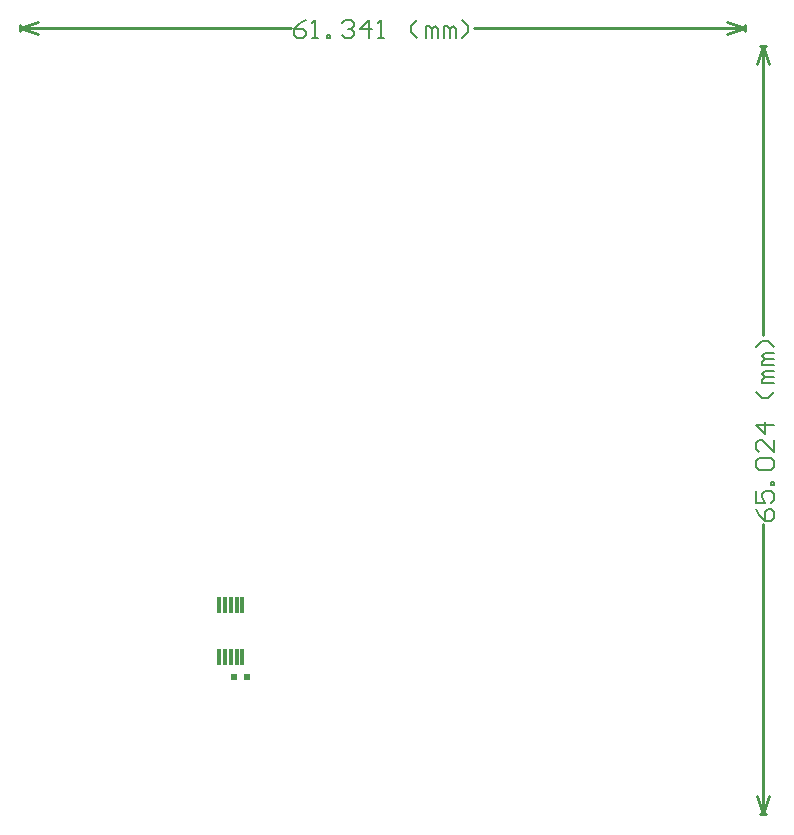
<source format=gtp>
G04 Layer_Color=8421504*
%FSLAX44Y44*%
%MOMM*%
G71*
G01*
G75*
%ADD10R,0.3000X1.4000*%
%ADD11R,0.5500X0.5500*%
%ADD12C,0.2540*%
%ADD14C,0.1524*%
D10*
X1248885Y792705D02*
D03*
X1243885D02*
D03*
X1238885D02*
D03*
X1233885D02*
D03*
X1228885D02*
D03*
Y836705D02*
D03*
X1233885D02*
D03*
X1238885D02*
D03*
X1243885D02*
D03*
X1248885D02*
D03*
D11*
X1252982Y775335D02*
D03*
X1241298D02*
D03*
D12*
X1687195Y1310005D02*
X1692275D01*
X1687195Y659765D02*
X1692275D01*
X1689735Y1310005D02*
X1694815Y1294765D01*
X1684655D02*
X1689735Y1310005D01*
Y659765D02*
X1694815Y675005D01*
X1684655D02*
X1689735Y659765D01*
Y1065124D02*
Y1310005D01*
Y659765D02*
Y904646D01*
X1674262Y1322705D02*
Y1327785D01*
X1060852Y1322705D02*
Y1327785D01*
X1659022Y1320165D02*
X1674262Y1325245D01*
X1659022Y1330325D02*
X1674262Y1325245D01*
X1060852D02*
X1076092Y1320165D01*
X1060852Y1325245D02*
X1076092Y1330325D01*
X1445258Y1325245D02*
X1674262D01*
X1060852D02*
X1289857D01*
D14*
X1683642Y917342D02*
X1686181Y912264D01*
X1691259Y907186D01*
X1696337D01*
X1698876Y909725D01*
Y914803D01*
X1696337Y917342D01*
X1693798D01*
X1691259Y914803D01*
Y907186D01*
X1683642Y932577D02*
Y922421D01*
X1691259D01*
X1688720Y927499D01*
Y930038D01*
X1691259Y932577D01*
X1696337D01*
X1698876Y930038D01*
Y924960D01*
X1696337Y922421D01*
X1698876Y937656D02*
X1696337D01*
Y940195D01*
X1698876D01*
Y937656D01*
X1686181Y950352D02*
X1683642Y952891D01*
Y957969D01*
X1686181Y960508D01*
X1696337D01*
X1698876Y957969D01*
Y952891D01*
X1696337Y950352D01*
X1686181D01*
X1698876Y975743D02*
Y965587D01*
X1688720Y975743D01*
X1686181D01*
X1683642Y973204D01*
Y968126D01*
X1686181Y965587D01*
X1698876Y988439D02*
X1683642D01*
X1691259Y980822D01*
Y990978D01*
X1698876Y1016370D02*
X1693798Y1011292D01*
X1688720D01*
X1683642Y1016370D01*
X1698876Y1023988D02*
X1688720D01*
Y1026527D01*
X1691259Y1029066D01*
X1698876D01*
X1691259D01*
X1688720Y1031605D01*
X1691259Y1034145D01*
X1698876D01*
Y1039223D02*
X1688720D01*
Y1041762D01*
X1691259Y1044301D01*
X1698876D01*
X1691259D01*
X1688720Y1046841D01*
X1691259Y1049380D01*
X1698876D01*
Y1054458D02*
X1693798Y1059536D01*
X1688720D01*
X1683642Y1054458D01*
X1302554Y1331339D02*
X1297475Y1328799D01*
X1292397Y1323721D01*
Y1318643D01*
X1294936Y1316104D01*
X1300015D01*
X1302554Y1318643D01*
Y1321182D01*
X1300015Y1323721D01*
X1292397D01*
X1307632Y1316104D02*
X1312711D01*
X1310171D01*
Y1331339D01*
X1307632Y1328799D01*
X1320328Y1316104D02*
Y1318643D01*
X1322867D01*
Y1316104D01*
X1320328D01*
X1333024Y1328799D02*
X1335563Y1331339D01*
X1340642D01*
X1343181Y1328799D01*
Y1326260D01*
X1340642Y1323721D01*
X1338102D01*
X1340642D01*
X1343181Y1321182D01*
Y1318643D01*
X1340642Y1316104D01*
X1335563D01*
X1333024Y1318643D01*
X1355877Y1316104D02*
Y1331339D01*
X1348259Y1323721D01*
X1358416D01*
X1363494Y1316104D02*
X1368573D01*
X1366033D01*
Y1331339D01*
X1363494Y1328799D01*
X1396503Y1316104D02*
X1391425Y1321182D01*
Y1326260D01*
X1396503Y1331339D01*
X1404121Y1316104D02*
Y1326260D01*
X1406660D01*
X1409199Y1323721D01*
Y1316104D01*
Y1323721D01*
X1411739Y1326260D01*
X1414278Y1323721D01*
Y1316104D01*
X1419356D02*
Y1326260D01*
X1421895D01*
X1424434Y1323721D01*
Y1316104D01*
Y1323721D01*
X1426974Y1326260D01*
X1429513Y1323721D01*
Y1316104D01*
X1434591D02*
X1439669Y1321182D01*
Y1326260D01*
X1434591Y1331339D01*
M02*

</source>
